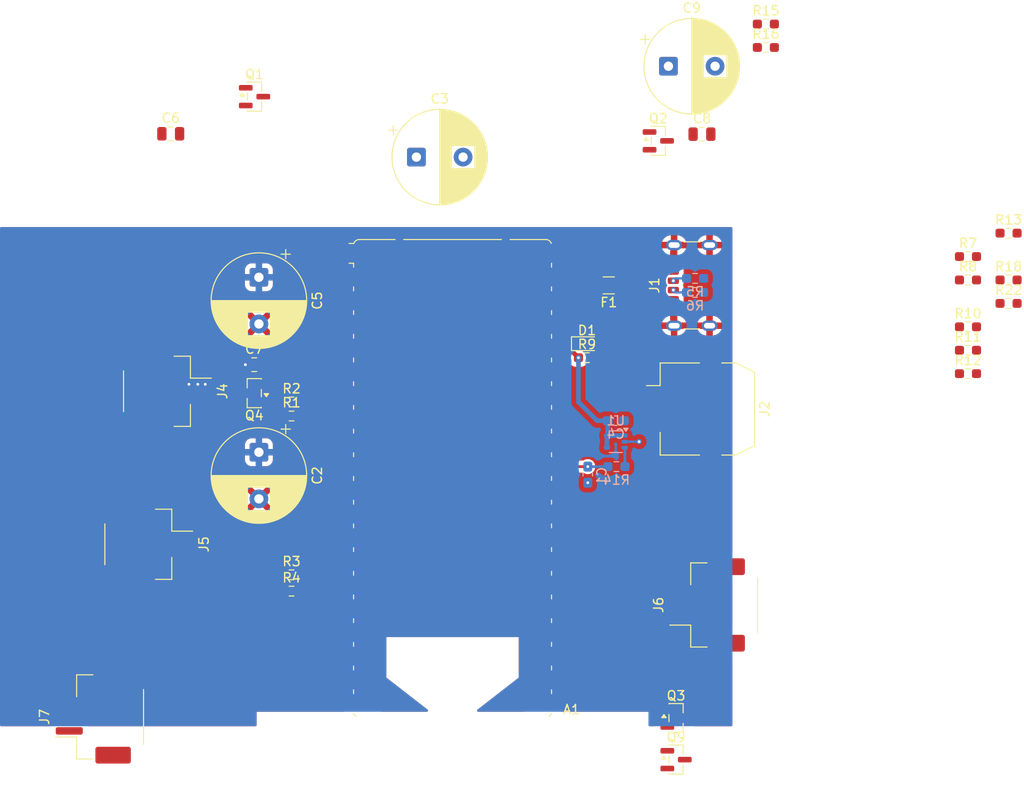
<source format=kicad_pcb>
(kicad_pcb (version 20241229) (generator "pcbnew") (generator_version "9.0")
  (layers (0 "F.Cu" signal) (2 "B.Cu" signal) (13 "F.Paste" user) (15 "B.Paste" user) (5 "F.SilkS" user "F.Silkscreen") (7 "B.SilkS" user "B.Silkscreen") (1 "F.Mask" user) (3 "B.Mask" user) (25 "Edge.Cuts" user))
  (net 0 "")
  (net 6 "+5V")
  (net 7 "GND")
  (net 9 "Net-(A1-GPIO26_ADC0)")
  (net 13 "/LS1_EN")
  (net 15 "+3V3")
  (net 16 "/SIG_LS4_EN")
  (net 18 "/SIG_LS3_EN")
  (net 21 "/LS2_EN")
  (net 27 "/SIG_NPX1_EN")
  (net 28 "/SIG_NPX2_EN")
  (net 33 "Net-(D1-A)")
  (net 34 "Net-(J1-CC2)")
  (net 35 "Net-(J1-CC1)")
  (net 36 "/LS1_OUT")
  (net 37 "/SIG_NPX1_OUT")
  (net 38 "/LS2_OUT")
  (net 39 "/SIG_NPX2_OUT")
  (net 40 "Net-(Q4-G)")
  (net 41 "Net-(Q1-G)")
  (net 42 "Net-(Q3-S)")
  (net 43 "Net-(Q3-D)")
  (net 44 "Net-(Q9-S)")
  (net 45 "Net-(Q9-D)")
  (net 46 "Net-(U1-OUT)")
  (net 48 "Net-(J2-Pin_1)")
  (net 49 "/LS3_OUT")
  (net 50 "Net-(Q2-G)")
  (net 51 "/LS3_EN")
  (footprint "Resistor_SMD:R_0603_1608Metric_Pad0.98x0.95mm_HandSolder" (layer "F.Cu") (at 163.5875 58.24)
    (property "Reference" "R15" (at 0 -1.43 0) (layer "F.SilkS"))
    (property "Value" "10k")
    (pad "1" smd roundrect (at -0.9125 0) (size 0.975 0.95) (layers "F.Cu" "F.Mask" "F.Paste") (net 7 "GND"))
    (pad "2" smd roundrect (at 0.9125 0) (size 0.975 0.95) (layers "F.Cu" "F.Mask" "F.Paste") (net 51 "/LS3_EN"))
  )
  (footprint "Resistor_SMD:R_0603_1608Metric_Pad0.98x0.95mm_HandSolder" (layer "F.Cu") (at 185.25 90.69)
    (property "Reference" "R10" (at 0 -1.43 0) (layer "F.SilkS"))
    (property "Value" "100")
    (pad "1" smd roundrect (at -0.9125 0) (size 0.975 0.95) (layers "F.Cu" "F.Mask" "F.Paste") (net 42 "Net-(Q3-S)"))
    (pad "2" smd roundrect (at 0.9125 0) (size 0.975 0.95) (layers "F.Cu" "F.Mask" "F.Paste") (net 27 "/SIG_NPX1_EN"))
  )
  (footprint "Resistor_SMD:R_0603_1608Metric_Pad0.98x0.95mm_HandSolder" (layer "F.Cu") (at 185.25 83.16)
    (property "Reference" "R7" (at 0 -1.43 0) (layer "F.SilkS"))
    (property "Value" "R")
    (pad "1" smd roundrect (at -0.9125 0) (size 0.975 0.95) (layers "F.Cu" "F.Mask" "F.Paste") (net 15 "+3V3"))
    (pad "2" smd roundrect (at 0.9125 0) (size 0.975 0.95) (layers "F.Cu" "F.Mask" "F.Paste") (net 44 "Net-(Q9-S)"))
  )
  (footprint "Package_TO_SOT_SMD:SOT-23" (layer "F.Cu") (at 153.96 137.08)
    (property "Reference" "Q9" (at 0 -2.4 0) (layer "F.SilkS"))
    (property "Value" "str2n2vh5")
    (pad "1" smd roundrect (at -0.9375 -0.95) (size 1.475 0.6) (layers "F.Cu" "F.Mask" "F.Paste") (net 15 "+3V3"))
    (pad "2" smd roundrect (at -0.9375 0.95) (size 1.475 0.6) (layers "F.Cu" "F.Mask" "F.Paste") (net 44 "Net-(Q9-S)"))
    (pad "3" smd roundrect (at 0.9375 0) (size 1.475 0.6) (layers "F.Cu" "F.Mask" "F.Paste") (net 45 "Net-(Q9-D)"))
  )
  (footprint "Capacitor_SMD:C_0805_2012Metric" (layer "F.Cu") (at 156.7375 70.04)
    (property "Reference" "C8" (at 0 -1.68 0) (layer "F.SilkS"))
    (property "Value" "100n")
    (pad "1" smd roundrect (at -0.95 0) (size 1 1.45) (layers "F.Cu" "F.Mask" "F.Paste") (net 6 "+5V"))
    (pad "2" smd roundrect (at 0.95 0) (size 1 1.45) (layers "F.Cu" "F.Mask" "F.Paste") (net 7 "GND"))
  )
  (footprint "Resistor_SMD:R_0603_1608Metric_Pad0.98x0.95mm_HandSolder" (layer "F.Cu") (at 112.75 100.25)
    (property "Reference" "R1" (at 0 -1.43 0) (layer "F.SilkS"))
    (property "Value" "10k")
    (pad "1" smd roundrect (at -0.9125 0) (size 0.975 0.95) (layers "F.Cu" "F.Mask" "F.Paste") (net 7 "GND"))
    (pad "2" smd roundrect (at 0.9125 0) (size 0.975 0.95) (layers "F.Cu" "F.Mask" "F.Paste") (net 13 "/LS1_EN"))
  )
  (footprint "Connector_Molex:Molex_CLIK-Mate_502585-0270_1x02-1MP_P1.50mm_Horizontal" (layer "F.Cu") (at 98.125 114 -90)
    (property "Reference" "J5" (at 0 -5.23 90) (layer "F.SilkS"))
    (property "Value" "Conn_01x02")
    (pad "1" smd roundrect (at -0.75 -2.575 270) (size 0.8 2.9) (layers "F.Cu" "F.Mask" "F.Paste") (net 6 "+5V"))
    (pad "2" smd roundrect (at 0.75 -2.575 270) (size 0.8 2.9) (layers "F.Cu" "F.Mask" "F.Paste") (net 38 "/LS2_OUT"))
    (pad "MP" smd roundrect (at -3.35 2.125 270) (size 1.8 3.8) (layers "F.Cu" "F.Mask" "F.Paste") (roundrect_rratio 0.138889))
    (pad "MP" smd roundrect (at 3.35 2.125 270) (size 1.8 3.8) (layers "F.Cu" "F.Mask" "F.Paste") (roundrect_rratio 0.138889))
  )
  (footprint "Package_TO_SOT_SMD:SOT-23" (layer "F.Cu") (at 108.78 66.02)
    (property "Reference" "Q1" (at 0 -2.4 0) (layer "F.SilkS"))
    (property "Value" "str2n2vh5")
    (pad "1" smd roundrect (at -0.9375 -0.95) (size 1.475 0.6) (layers "F.Cu" "F.Mask" "F.Paste") (net 41 "Net-(Q1-G)"))
    (pad "2" smd roundrect (at -0.9375 0.95) (size 1.475 0.6) (layers "F.Cu" "F.Mask" "F.Paste") (net 7 "GND"))
    (pad "3" smd roundrect (at 0.9375 0) (size 1.475 0.6) (layers "F.Cu" "F.Mask" "F.Paste") (net 38 "/LS2_OUT"))
  )
  (footprint "Resistor_SMD:R_0603_1608Metric_Pad0.98x0.95mm_HandSolder" (layer "F.Cu") (at 163.5875 60.75)
    (property "Reference" "R16" (at 0 -1.43 0) (layer "F.SilkS"))
    (property "Value" "220")
    (pad "1" smd roundrect (at -0.9125 0) (size 0.975 0.95) (layers "F.Cu" "F.Mask" "F.Paste") (net 50 "Net-(Q2-G)"))
    (pad "2" smd roundrect (at 0.9125 0) (size 0.975 0.95) (layers "F.Cu" "F.Mask" "F.Paste") (net 51 "/LS3_EN"))
  )
  (footprint "Capacitor_SMD:C_0805_2012Metric" (layer "F.Cu") (at 108.75 94.75)
    (property "Reference" "C7" (at 0 -1.68 0) (layer "F.SilkS"))
    (property "Value" "100n")
    (pad "1" smd roundrect (at -0.95 0) (size 1 1.45) (layers "F.Cu" "F.Mask" "F.Paste") (net 6 "+5V"))
    (pad "2" smd roundrect (at 0.95 0) (size 1 1.45) (layers "F.Cu" "F.Mask" "F.Paste") (net 7 "GND"))
  )
  (footprint "Connector_Molex:Molex_CLIK-Mate_502585-0370_1x03-1MP_P1.50mm_Horizontal" (layer "F.Cu") (at 91.5 132.5 90)
    (property "Reference" "J7" (at 0 -5.23 90) (layer "F.SilkS"))
    (property "Value" "Conn_01x03")
    (pad "1" smd roundrect (at -1.5 -2.575 90) (size 0.8 2.9) (layers "F.Cu" "F.Mask" "F.Paste") (net 6 "+5V"))
    (pad "2" smd roundrect (at 0 -2.575 90) (size 0.8 2.9) (layers "F.Cu" "F.Mask" "F.Paste") (net 39 "/SIG_NPX2_OUT"))
    (pad "3" smd roundrect (at 1.5 -2.575 90) (size 0.8 2.9) (layers "F.Cu" "F.Mask" "F.Paste") (net 7 "GND"))
    (pad "MP" smd roundrect (at -4.1 2.125 90) (size 1.8 3.8) (layers "F.Cu" "F.Mask" "F.Paste") (roundrect_rratio 0.138889))
    (pad "MP" smd roundrect (at 4.1 2.125 90) (size 1.8 3.8) (layers "F.Cu" "F.Mask" "F.Paste") (roundrect_rratio 0.138889))
  )
  (footprint "Resistor_SMD:R_0603_1608Metric_Pad0.98x0.95mm_HandSolder" (layer "F.Cu") (at 112.75 119.02)
    (property "Reference" "R4" (at 0 -1.43 0) (layer "F.SilkS"))
    (property "Value" "220")
    (pad "1" smd roundrect (at -0.9125 0) (size 0.975 0.95) (layers "F.Cu" "F.Mask" "F.Paste") (net 41 "Net-(Q1-G)"))
    (pad "2" smd roundrect (at 0.9125 0) (size 0.975 0.95) (layers "F.Cu" "F.Mask" "F.Paste") (net 21 "/LS2_EN"))
  )
  (footprint "Resistor_SMD:R_0603_1608Metric_Pad0.98x0.95mm_HandSolder" (layer "F.Cu") (at 144.4125 94)
    (property "Reference" "R9" (at 0 -1.43 0) (layer "F.SilkS"))
    (property "Value" "R")
    (pad "1" smd roundrect (at -0.9125 0) (size 0.975 0.95) (layers "F.Cu" "F.Mask" "F.Paste") (net 15 "+3V3"))
    (pad "2" smd roundrect (at 0.9125 0) (size 0.975 0.95) (layers "F.Cu" "F.Mask" "F.Paste") (net 33 "Net-(D1-A)"))
  )
  (footprint "Capacitor_THT:CP_Radial_D10.0mm_P5.00mm" (layer "F.Cu") (at 126.132323 72.5)
    (property "Reference" "C3" (at 2.5 -6.25 0) (layer "F.SilkS"))
    (property "Value" "C")
    (pad "1" thru_hole roundrect (at 0 0) (size 2 2) (drill 1) (layers "*.Cu" "*.Mask") (roundrect_rratio 0.125) (net 6 "+5V"))
    (pad "2" thru_hole circle (at 5 0) (size 2 2) (drill 1) (layers "*.Cu" "*.Mask") (net 7 "GND"))
  )
  (footprint "Resistor_SMD:R_0603_1608Metric_Pad0.98x0.95mm_HandSolder" (layer "F.Cu") (at 185.25 95.71)
    (property "Reference" "R12" (at 0 -1.43 0) (layer "F.SilkS"))
    (property "Value" "R")
    (pad "1" smd roundrect (at -0.9125 0) (size 0.975 0.95) (layers "F.Cu" "F.Mask" "F.Paste") (net 6 "+5V"))
    (pad "2" smd roundrect (at 0.9125 0) (size 0.975 0.95) (layers "F.Cu" "F.Mask" "F.Paste") (net 43 "Net-(Q3-D)"))
  )
  (footprint "Package_TO_SOT_SMD:SOT-23" (layer "F.Cu") (at 108.75 97.8 180)
    (property "Reference" "Q4" (at 0 -2.4 0) (layer "F.SilkS"))
    (property "Value" "str2n2vh5")
    (pad "1" smd roundrect (at -0.9375 -0.95 180) (size 1.475 0.6) (layers "F.Cu" "F.Mask" "F.Paste") (net 40 "Net-(Q4-G)"))
    (pad "2" smd roundrect (at -0.9375 0.95 180) (size 1.475 0.6) (layers "F.Cu" "F.Mask" "F.Paste") (net 7 "GND"))
    (pad "3" smd roundrect (at 0.9375 0 180) (size 1.475 0.6) (layers "F.Cu" "F.Mask" "F.Paste") (net 36 "/LS1_OUT"))
  )
  (footprint "Package_TO_SOT_SMD:SOT-23" (layer "F.Cu") (at 153.96 132.63)
    (property "Reference" "Q3" (at 0 -2.4 0) (layer "F.SilkS"))
    (property "Value" "str2n2vh5")
    (pad "1" smd roundrect (at -0.9375 -0.95) (size 1.475 0.6) (layers "F.Cu" "F.Mask" "F.Paste") (net 15 "+3V3"))
    (pad "2" smd roundrect (at -0.9375 0.95) (size 1.475 0.6) (layers "F.Cu" "F.Mask" "F.Paste") (net 42 "Net-(Q3-S)"))
    (pad "3" smd roundrect (at 0.9375 0) (size 1.475 0.6) (layers "F.Cu" "F.Mask" "F.Paste") (net 43 "Net-(Q3-D)"))
  )
  (footprint "LED_SMD:LED_0603_1608Metric_Pad1.05x0.95mm_HandSolder" (layer "F.Cu") (at 144.4125 92.5)
    (property "Reference" "D1" (at 0 -1.43 0) (layer "F.SilkS"))
    (property "Value" "LED")
    (pad "1" smd roundrect (at -0.875 0) (size 1.05 0.95) (layers "F.Cu" "F.Mask" "F.Paste") (net 7 "GND"))
    (pad "2" smd roundrect (at 0.875 0) (size 1.05 0.95) (layers "F.Cu" "F.Mask" "F.Paste") (net 33 "Net-(D1-A)"))
  )
  (footprint "Resistor_SMD:R_0603_1608Metric_Pad0.98x0.95mm_HandSolder" (layer "F.Cu") (at 189.6 80.65)
    (property "Reference" "R13" (at 0 -1.43 0) (layer "F.SilkS"))
    (property "Value" "220")
    (pad "1" smd roundrect (at -0.9125 0) (size 0.975 0.95) (layers "F.Cu" "F.Mask" "F.Paste") (net 37 "/SIG_NPX1_OUT"))
    (pad "2" smd roundrect (at 0.9125 0) (size 0.975 0.95) (layers "F.Cu" "F.Mask" "F.Paste") (net 43 "Net-(Q3-D)"))
  )
  (footprint "Resistor_SMD:R_0603_1608Metric_Pad0.98x0.95mm_HandSolder" (layer "F.Cu") (at 189.6 88.18)
    (property "Reference" "R22" (at 0 -1.43 0) (layer "F.SilkS"))
    (property "Value" "220")
    (pad "1" smd roundrect (at -0.9125 0) (size 0.975 0.95) (layers "F.Cu" "F.Mask" "F.Paste") (net 39 "/SIG_NPX2_OUT"))
    (pad "2" smd roundrect (at 0.9125 0) (size 0.975 0.95) (layers "F.Cu" "F.Mask" "F.Paste") (net 45 "Net-(Q9-D)"))
  )
  (footprint "Capacitor_THT:CP_Radial_D10.0mm_P5.00mm" (layer "F.Cu") (at 153.142146 62.76)
    (property "Reference" "C9" (at 2.5 -6.25 0) (layer "F.SilkS"))
    (property "Value" "820µ")
    (pad "1" thru_hole roundrect (at 0 0) (size 2 2) (drill 1) (layers "*.Cu" "*.Mask") (roundrect_rratio 0.125) (net 6 "+5V"))
    (pad "2" thru_hole circle (at 5 0) (size 2 2) (drill 1) (layers "*.Cu" "*.Mask") (net 7 "GND"))
  )
  (footprint "Connector_Molex:Molex_Micro-Fit_3.0_43650-0212_1x02-1MP_P3.00mm_Horizontal" (layer "F.Cu") (at 157.315 99.5 -90)
    (property "Reference" "J2" (at 0 -6.15 90) (layer "F.SilkS"))
    (property "Value" "Conn_01x02")
    (pad "1" smd rect (at -1.5 5.12 270) (size 1.27 2.92) (layers "F.Cu" "F.Mask" "F.Paste") (net 48 "Net-(J2-Pin_1)"))
    (pad "2" smd rect (at 1.5 5.12 270) (size 1.27 2.92) (layers "F.Cu" "F.Mask" "F.Paste") (net 7 "GND"))
    (pad "MP" smd rect (at -5.385 -0.35 270) (size 3.43 1.65) (layers "F.Cu" "F.Mask" "F.Paste"))
    (pad "MP" smd rect (at 5.385 -0.35 270) (size 3.43 1.65) (layers "F.Cu" "F.Mask" "F.Paste"))
  )
  (footprint "Connector_Molex:Molex_CLIK-Mate_502585-0270_1x02-1MP_P1.50mm_Horizontal" (layer "F.Cu") (at 100.125 97.6 -90)
    (property "Reference" "J4" (at 0 -5.23 90) (layer "F.SilkS"))
    (property "Value" "Conn_01x02")
    (pad "1" smd roundrect (at -0.75 -2.575 270) (size 0.8 2.9) (layers "F.Cu" "F.Mask" "F.Paste") (net 6 "+5V"))
    (pad "2" smd roundrect (at 0.75 -2.575 270) (size 0.8 2.9) (layers "F.Cu" "F.Mask" "F.Paste") (net 36 "/LS1_OUT"))
    (pad "MP" smd roundrect (at -3.35 2.125 270) (size 1.8 3.8) (layers "F.Cu" "F.Mask" "F.Paste") (roundrect_rratio 0.138889))
    (pad "MP" smd roundrect (at 3.35 2.125 270) (size 1.8 3.8) (layers "F.Cu" "F.Mask" "F.Paste") (roundrect_rratio 0.138889))
  )
  (footprint "Resistor_SMD:R_0603_1608Metric_Pad0.98x0.95mm_HandSolder" (layer "F.Cu") (at 189.6 85.67)
    (property "Reference" "R18" (at 0 -1.43 0) (layer "F.SilkS"))
    (property "Value" "100")
    (pad "1" smd roundrect (at -0.9125 0) (size 0.975 0.95) (layers "F.Cu" "F.Mask" "F.Paste") (net 44 "Net-(Q9-S)"))
    (pad "2" smd roundrect (at 0.9125 0) (size 0.975 0.95) (layers "F.Cu" "F.Mask" "F.Paste") (net 28 "/SIG_NPX2_EN"))
  )
  (footprint "Resistor_SMD:R_0603_1608Metric_Pad0.98x0.95mm_HandSolder" (layer "F.Cu") (at 185.25 93.2)
    (property "Reference" "R11" (at 0 -1.43 0) (layer "F.SilkS"))
    (property "Value" "R")
    (pad "1" smd roundrect (at -0.9125 0) (size 0.975 0.95) (layers "F.Cu" "F.Mask" "F.Paste") (net 15 "+3V3"))
    (pad "2" smd roundrect (at 0.9125 0) (size 0.975 0.95) (layers "F.Cu" "F.Mask" "F.Paste") (net 42 "Net-(Q3-S)"))
  )
  (footprint "Package_TO_SOT_SMD:SOT-23" (layer "F.Cu") (at 152.0575 70.76)
    (property "Reference" "Q2" (at 0 -2.4 0) (layer "F.SilkS"))
    (property "Value" "str2n2vh5")
    (pad "1" smd roundrect (at -0.9375 -0.95) (size 1.475 0.6) (layers "F.Cu" "F.Mask" "F.Paste") (net 50 "Net-(Q2-G)"))
    (pad "2" smd roundrect (at -0.9375 0.95) (size 1.475 0.6) (layers "F.Cu" "F.Mask" "F.Paste") (net 7 "GND"))
    (pad "3" smd roundrect (at 0.9375 0) (size 1.475 0.6) (layers "F.Cu" "F.Mask" "F.Paste") (net 49 "/LS3_OUT"))
  )
  (footprint "Module:RaspberryPi_Pico_W_SMD" (layer "F.Cu") (at 130.005 106.945)
    (property "Reference" "A1" (at 11.7475 24.765 0) (layer "F.SilkS") (effects (justify left)))
    (property "Value" "RaspberryPi_Pico_W")
    (pad "" smd rect (at -8.89 -24.13) (size 3.8 2.2) (drill (offset -0.8 0)) (layers "F.Paste"))
    (pad "" smd rect (at -8.89 -21.59) (size 3.8 2.2) (drill (offset -0.8 0)) (layers "F.Paste"))
    (pad "" smd rect (at -8.89 -19.05) (size 3.8 2.2) (drill (offset -0.8 0)) (layers "F.Paste"))
    (pad "" smd rect (at -8.89 -16.51) (size 3.8 2.2) (drill (offset -0.8 0)) (layers "F.Paste"))
    (pad "" smd rect (at -8.89 -13.97) (size 3.8 2.2) (drill (offset -0.8 0)) (layers "F.Paste"))
    (pad "" smd rect (at -8.89 -11.43) (size 3.8 2.2) (drill (offset -0.8 0)) (layers "F.Paste"))
    (pad "" smd rect (at -8.89 -8.89) (size 3.8 2.2) (drill (offset -0.8 0)) (layers "F.Paste"))
    (pad "" smd rect (at -8.89 -6.35) (size 3.8 2.2) (drill (offset -0.8 0)) (layers "F.Paste"))
    (pad "" smd rect (at -8.89 -3.81) (size 3.8 2.2) (drill (offset -0.8 0)) (layers "F.Paste"))
    (pad "" smd rect (at -8.89 -1.27) (size 3.8 2.2) (drill (offset -0.8 0)) (layers "F.Paste"))
    (pad "" smd rect (at -8.89 1.27) (size 3.8 2.2) (drill (offset -0.8 0)) (layers "F.Paste"))
    (pad "" smd rect (at -8.89 3.81) (size 3.8 2.2) (drill (offset -0.8 0)) (layers "F.Paste"))
    (pad "" smd rect (at -8.89 6.35) (size 3.8 2.2) (drill (offset -0.8 0)) (layers "F.Paste"))
    (pad "" smd rect (at -8.89 8.89) (size 3.8 2.2) (drill (offset -0.8 0)) (layers "F.Paste"))
    (pad "" smd rect (at -8.89 11.43) (size 3.8 2.2) (drill (offset -0.8 0)) (layers "F.Paste"))
    (pad "" smd rect (at -8.89 13.97) (size 3.8 2.2) (drill (offset -0.8 0)) (layers "F.Paste"))
    (pad "" smd rect (at -8.89 16.51) (size 3.8 2.2) (drill (offset -0.8 0)) (layers "F.Paste"))
    (pad "" smd rect (at -8.89 19.05) (size 3.8 2.2) (drill (offset -0.8 0)) (layers "F.Paste"))
    (pad "" smd rect (at -8.89 21.59) (size 3.8 2.2) (drill (offset -0.8 0)) (layers "F.Paste"))
    (pad "" smd rect (at -8.89 24.13) (size 3.8 2.2) (drill (offset -0.8 0)) (layers "F.Paste"))
    (pad "" smd oval (at -2.725 -24) (size 1.1 1.8) (layers "F.Cu" "F.Mask" "F.Paste"))
    (pad "" smd oval (at -2.425 -20.97) (size 1.05 1.45) (layers "F.Cu" "F.Mask" "F.Paste"))
    (pad "" smd oval (at 2.425 -20.97) (size 1.05 1.45) (layers "F.Cu" "F.Mask" "F.Paste"))
    (pad "" smd oval (at 2.725 -24) (size 1.1 1.8) (layers "F.Cu" "F.Mask" "F.Paste"))
    (pad "" smd rect (at 8.89 -24.13) (size 3.8 2.2) (drill (offset 0.8 0)) (layers "F.Paste"))
    (pad "" smd rect (at 8.89 -21.59) (size 3.8 2.2) (drill (offset 0.8 0)) (layers "F.Paste"))
    (pad "" smd rect (at 8.89 -19.05) (size 3.8 2.2) (drill (offset 0.8 0)) (layers "F.Paste"))
    (pad "" smd rect (at 8.89 -16.51) (size 3.8 2.2) (drill (offset 0.8 0)) (layers "F.Paste"))
    (pad "" smd rect (at 8.89 -13.97) (size 3.8 2.2) (drill (offset 0.8 0)) (layers "F.Paste"))
    (pad "" smd rect (at 8.89 -11.43) (size 3.8 2.2) (drill (offset 0.8 0)) (layers "F.Paste"))
    (pad "" smd rect (at 8.89 -8.89) (size 3.8 2.2) (drill (offset 0.8 0)) (layers "F.Paste"))
    (pad "" smd rect (at 8.89 -6.35) (size 3.8 2.2) (drill (offset 0.8 0)) (layers "F.Paste"))
    (pad "" smd rect (at 8.89 -3.81) (size 3.8 2.2) (drill (offset 0.8 0)) (layers "F.Paste"))
    (pad "" smd rect (at 8.89 -1.27) (size 3.8 2.2) (drill (offset 0.8 0)) (layers "F.Paste"))
    (pad "" smd rect (at 8.89 1.27) (size 3.8 2.2) (drill (offset 0.8 0)) (layers "F.Paste"))
    (pad "" smd rect (at 8.89 3.81) (size 3.8 2.2) (drill (offset 0.8 0)) (layers "F.Paste"))
    (pad "" smd rect (at 8.89 6.35) (size 3.8 2.2) (drill (offset 0.8 0)) (layers "F.Paste"))
    (pad "" smd rect (at 8.89 8.89) (size 3.8 2.2) (drill (offset 0.8 0)) (layers "F.Paste"))
    (pad "" smd rect (at 8.89 11.43) (size 3.8 2.2) (drill (offset 0.8 0)) (layers "F.Paste"))
    (pad "" smd rect (at 8.89 13.97) (size 3.8 2.2) (drill (offset 0.8 0)) (layers "F.Paste"))
    (pad "" smd rect (at 8.89 16.51) (size 3.8 2.2) (drill (offset 0.8 0)) (layers "F.Paste"))
    (pad "" smd rect (at 8.89 19.05) (size 3.8 2.2) (drill (offset 0.8 0)) (layers "F.Paste"))
    (pad "" smd rect (at 8.89 21.59) (size 3.8 2.2) (drill (offset 0.8 0)) (layers "F.Paste"))
    (pad "" smd rect (at 8.89 24.13) (size 3.8 2.2) (drill (offset 0.8 0)) (layers "F.Paste"))
    (pad "1" smd custom (at -9.69 -24.13) (size 1.6 0.8) (layers "F.Cu" "F.Mask") (net 13 "/LS1_EN") (options (clearance outline) (anchor rect)) (primitives (gr_circle (center 0.8 0) (end 1.6 0) (width 0) (fill yes)) (gr_poly (pts (xy -1.6 -0.6) (xy -1.6 0.6) (xy -1.4 0.8) (xy 0.8 0.8) (xy 0.8 -0.8) (xy -1.4 -0.8)) (width 0) (fill yes)) (gr_circle (center -1.4 -0.6) (end -1.2 -0.6) (width 0) (fill yes)) (gr_circle (center -1.4 0.6) (end -1.2 0.6) (width 0) (fill yes))))
    (pad "2" smd roundrect (at -9.69 -21.59) (size 3.2 1.6) (layers "F.Cu" "F.Mask") (roundrect_rratio 0.5))
    (pad "3" smd custom (at -9.69 -19.05) (size 1.6 0.8) (layers "F.Cu" "F.Mask") (net 7 "GND") (options (clearance outline) (anchor rect)) (primitives (gr_circle (center -0.8 0) (end 0 0) (width 0) (fill yes)) (gr_poly (pts (xy 1.6 -0.6) (xy 1.6 0.6) (xy 1.4 0.8) (xy -0.8 0.8) (xy -0.8 -0.8) (xy 1.4 -0.8)) (width 0) (fill yes)) (gr_circle (center 1.4 -0.6) (end 1.6 -0.6) (width 0) (fill yes)) (gr_circle (center 1.4 0.6) (end 1.6 0.6) (width 0) (fill yes))))
    (pad "4" smd roundrect (at -9.69 -16.51) (size 3.2 1.6) (layers "F.Cu" "F.Mask") (roundrect_rratio 0.5))
    (pad "5" smd roundrect (at -9.69 -13.97) (size 3.2 1.6) (layers "F.Cu" "F.Mask") (roundrect_rratio 0.5))
    (pad "6" smd roundrect (at -9.69 -11.43) (size 3.2 1.6) (layers "F.Cu" "F.Mask") (roundrect_rratio 0.5) (net 21 "/LS2_EN"))
    (pad "7" smd roundrect (at -9.69 -8.89) (size 3.2 1.6) (layers "F.Cu" "F.Mask") (roundrect_rratio 0.5))
    (pad "8" smd custom (at -9.69 -6.35) (size 1.6 0.8) (layers "F.Cu" "F.Mask") (net 7 "GND") (options (clearance outline) (anchor rect)) (primitives (gr_circle (center -0.8 0) (end 0 0) (width 0) (fill yes)) (gr_poly (pts (xy 1.6 -0.6) (xy 1.6 0.6) (xy 1.4 0.8) (xy -0.8 0.8) (xy -0.8 -0.8) (xy 1.4 -0.8)) (width 0) (fill yes)) (gr_circle (center 1.4 -0.6) (end 1.6 -0.6) (width 0) (fill yes)) (gr_circle (center 1.4 0.6) (end 1.6 0.6) (width 0) (fill yes))))
    (pad "9" smd roundrect (at -9.69 -3.81) (size 3.2 1.6) (layers "F.Cu" "F.Mask") (roundrect_rratio 0.5))
    (pad "10" smd roundrect (at -9.69 -1.27) (size 3.2 1.6) (layers "F.Cu" "F.Mask") (roundrect_rratio 0.5))
    (pad "11" smd roundrect (at -9.69 1.27) (size 3.2 1.6) (layers "F.Cu" "F.Mask") (roundrect_rratio 0.5))
    (pad "12" smd roundrect (at -9.69 3.81) (size 3.2 1.6) (layers "F.Cu" "F.Mask") (roundrect_rratio 0.5) (net 27 "/SIG_NPX1_EN"))
    (pad "13" smd custom (at -9.69 6.35) (size 1.6 0.8) (layers "F.Cu" "F.Mask") (net 7 "GND") (options (clearance outline) (anchor rect)) (primitives (gr_circle (center -0.8 0) (end 0 0) (width 0) (fill yes)) (gr_poly (pts (xy 1.6 -0.6) (xy 1.6 0.6) (xy 1.4 0.8) (xy -0.8 0.8) (xy -0.8 -0.8) (xy 1.4 -0.8)) (width 0) (fill yes)) (gr_circle (center 1.4 -0.6) (end 1.6 -0.6) (width 0) (fill yes)) (gr_circle (center 1.4 0.6) (end 1.6 0.6) (width 0) (fill yes))))
    (pad "14" smd roundrect (at -9.69 8.89) (size 3.2 1.6) (layers "F.Cu" "F.Mask") (roundrect_rratio 0.5) (net 18 "/SIG_LS3_EN"))
    (pad "15" smd roundrect (at -9.69 11.43) (size 3.2 1.6) (layers "F.Cu" "F.Mask") (roundrect_rratio 0.5))
    (pad "16" smd roundrect (at -9.69 13.97) (size 3.2 1.6) (layers "F.Cu" "F.Mask") (roundrect_rratio 0.5) (net 16 "/SIG_LS4_EN"))
    (pad "17" smd roundrect (at -9.69 16.51) (size 3.2 1.6) (layers "F.Cu" "F.Mask") (roundrect_rratio 0.5) (net 28 "/SIG_NPX2_EN"))
    (pad "18" smd custom (at -9.69 19.05) (size 1.6 0.8) (layers "F.Cu" "F.Mask") (net 7 "GND") (options (clearance outline) (anchor rect)) (primitives (gr_circle (center -0.8 0) (end 0 0) (width 0) (fill yes)) (gr_poly (pts (xy 1.6 -0.6) (xy 1.6 0.6) (xy 1.4 0.8) (xy -0.8 0.8) (xy -0.8 -0.8) (xy 1.4 -0.8)) (width 0) (fill yes)) (gr_circle (center 1.4 -0.6) (end 1.6 -0.6) (width 0) (fill yes)) (gr_circle (center 1.4 0.6) (end 1.6 0.6) (width 0) (fill yes))))
    (pad "19" smd roundrect (at -9.69 21.59) (size 3.2 1.6) (layers "F.Cu" "F.Mask") (roundrect_rratio 0.5))
    (pad "20" smd roundrect (at -9.69 24.13) (size 3.2 1.6) (layers "F.Cu" "F.Mask") (roundrect_rratio 0.5))
    (pad "21" smd roundrect (at 9.69 24.13) (size 3.2 1.6) (layers "F.Cu" "F.Mask") (roundrect_rratio 0.5))
    (pad "22" smd roundrect (at 9.69 21.59) (size 3.2 1.6) (layers "F.Cu" "F.Mask") (roundrect_rratio 0.5))
    (pad "23" smd custom (at 9.69 19.05) (size 1.6 0.8) (layers "F.Cu" "F.Mask") (net 7 "GND") (options (clearance outline) (anchor rect)) (primitives (gr_circle (center 0.8 0) (end 1.6 0) (width 0) (fill yes)) (gr_poly (pts (xy -1.6 -0.6) (xy -1.6 0.6) (xy -1.4 0.8) (xy 0.8 0.8) (xy 0.8 -0.8) (xy -1.4 -0.8)) (width 0) (fill yes)) (gr_circle (center -1.4 -0.6) (end -1.2 -0.6) (width 0) (fill yes)) (gr_circle (center -1.4 0.6) (end -1.2 0.6) (width 0) (fill yes))))
    (pad "24" smd roundrect (at 9.69 16.51) (size 3.2 1.6) (layers "F.Cu" "F.Mask") (roundrect_rratio 0.5))
    (pad "25" smd roundrect (at 9.69 13.97) (size 3.2 1.6) (layers "F.Cu" "F.Mask") (roundrect_rratio 0.5))
    (pad "26" smd roundrect (at 9.69 11.43) (size 3.2 1.6) (layers "F.Cu" "F.Mask") (roundrect_rratio 0.5))
    (pad "27" smd roundrect (at 9.69 8.89) (size 3.2 1.6) (layers "F.Cu" "F.Mask") (roundrect_rratio 0.5))
    (pad "28" smd custom (at 9.69 6.35) (size 1.6 0.8) (layers "F.Cu" "F.Mask") (net 7 "GND") (options (clearance outline) (anchor rect)) (primitives (gr_circle (center 0.8 0) (end 1.6 0) (width 0) (fill yes)) (gr_poly (pts (xy -1.6 -0.6) (xy -1.6 0.6) (xy -1.4 0.8) (xy 0.8 0.8) (xy 0.8 -0.8) (xy -1.4 -0.8)) (width 0) (fill yes)) (gr_circle (center -1.4 -0.6) (end -1.2 -0.6) (width 0) (fill yes)) (gr_circle (center -1.4 0.6) (end -1.2 0.6) (width 0) (fill yes))))
    (pad "29" smd roundrect (at 9.69 3.81) (size 3.2 1.6) (layers "F.Cu" "F.Mask") (roundrect_rratio 0.5))
    (pad "30" smd roundrect (at 9.69 1.27) (size 3.2 1.6) (layers "F.Cu" "F.Mask") (roundrect_rratio 0.5))
    (pad "31" smd roundrect (at 9.69 -1.27) (size 3.2 1.6) (layers "F.Cu" "F.Mask") (roundrect_rratio 0.5) (net 9 "Net-(A1-GPIO26_ADC0)"))
    (pad "32" smd roundrect (at 9.69 -3.81) (size 3.2 1.6) (layers "F.Cu" "F.Mask") (roundrect_rratio 0.5))
    (pad "33" smd custom (at 9.69 -6.35) (size 1.6 0.8) (layers "F.Cu" "F.Mask") (net 7 "GND") (options (clearance outline) (anchor rect)) (primitives (gr_circle (center 0.8 0) (end 1.6 0) (width 0) (fill yes)) (gr_poly (pts (xy -1.6 -0.6) (xy -1.6 0.6) (xy -1.4 0.8) (xy 0.8 0.8) (xy 0.8 -0.8) (xy -1.4 -0.8)) (width 0) (fill yes)) (gr_circle (center -1.4 -0.6) (end -1.2 -0.6) (width 0) (fill yes)) (gr_circle (center -1.4 0.6) (end -1.2 0.6) (width 0) (fill yes))))
    (pad "34" smd roundrect (at 9.69 -8.89) (size 3.2 1.6) (layers "F.Cu" "F.Mask") (roundrect_rratio 0.5))
    (pad "35" smd roundrect (at 9.69 -11.43) (size 3.2 1.6) (layers "F.Cu" "F.Mask") (roundrect_rratio 0.5))
    (pad "36" smd roundrect (at 9.69 -13.97) (size 3.2 1.6) (layers "F.Cu" "F.Mask") (roundrect_rratio 0.5) (net 15 "+3V3"))
    (pad "37" smd roundrect (at 9.69 -16.51) (size 3.2 1.6) (layers "F.Cu" "F.Mask") (roundrect_rratio 0.5))
    (pad "38" smd custom (at 9.69 -19.05) (size 1.6 0.8) (layers "F.Cu" "F.Mask") (net 7 "GND") (options (clearance outline) (anchor rect)) (primitives (gr_circle (center 0.8 0) (end 1.6 0) (width 0) (fill yes)) (gr_poly (pts (xy -1.6 -0.6) (xy -1.6 0.6) (xy -1.4 0.8) (xy 0.8 0.8) (xy 0.8 -0.8) (xy -1.4 -0.8)) (width 0) (fill yes)) (gr_circle (center -1.4 -0.6) (end -1.2 -0.6) (width 0) (fill yes)) (gr_circle (center -1.4 0.6) (end -1.2 0.6) (width 0) (fill yes))))
    (pad "39" smd roundrect (at 9.69 -21.59) (size 3.2 1.6) (layers "F.Cu" "F.Mask") (roundrect_rratio 0.5) (net 6 "+5V"))
    (pad "40" smd roundrect (at 9.69 -24.13) (size 3.2 1.6) (layers "F.Cu" "F.Mask") (roundrect_rratio 0.5))
    (pad "D1" smd roundrect (at 0.5841 5.7) (size 1.5748 1.5748) (layers "F.Cu" "F.Mask" "F.Paste") (roundrect_rratio 0.127000254))
    (pad "D2" smd circle (at 3.1241 5.7) (size 1.5748 1.5748) (layers "F.Cu" "F.Mask" "F.Paste"))
    (pad "D3" smd circle (at 5.6641 5.7) (size 1.5748 1.5748) (layers "F.Cu" "F.Mask" "F.Paste"))
    (pad "TP1" smd roundrect (at 0 -21) (size 1.5 1.5) (layers "F.Cu" "F.Mask" "F.Paste") (roundrect_rratio 0.2))
    (pad "TP2" smd roundrect (at 1 -24.3) (size 1.5 1.5) (layers "F.Cu" "F.Mask" "F.Paste") (roundrect_rratio 0.2))
    (pad "TP3" smd roundrect (at -1 -24.3) (size 1.5 1.5) (layers "F.Cu" "F.Mask" "F.Paste") (roundrect_rratio 0.2))
    (pad "TP4" smd roundrect (at -2.5 -16) (size 1.5 1.5) (layers "F.Cu" "F.Mask" "F.Paste") (roundrect_rratio 0.2))
    (pad "TP5" smd roundrect (at -2.5 -13.5) (size 1.5 1.5) (layers "F.Cu" "F.Mask" "F.Paste") (roundrect_rratio 0.2))
    (pad "TP6" smd roundrect (at -2.5 -11) (size 1.5 1.5) (layers "F.Cu" "F.Mask" "F.Paste") (roundrect_rratio 0.2))
    (zone (net 0) (net_name "") (layers "F.Cu" "B.Cu" "F.Paste" "B.Paste") (name "RF Copper Keep Out") (connect_pads (clearance 0)) (min_thickness 0.254)
      (keepout (tracks not_allowed) (vias not_allowed) (pads not_allowed) (copperpour not_allowed) (footprints not_allowed))
      (fill (thermal_gap 0.508) (thermal_bridge_width 0.508))
      (polygon (pts (xy 109.005 131.945) (xy 151.005 131.945) (xy 151.005 141.945) (xy 109.005 141.945)))
    )
    (zone (net 0) (net_name "") (layers "F.Cu" "B.Cu" "F.Paste" "B.Paste") (name "Antenna Copper Keep Out") (connect_pads (clearance 0)) (min_thickness 0.254)
      (keepout (tracks not_allowed) (vias not_allowed) (pads not_allowed) (copperpour not_allowed) (footprints not_allowed))
      (fill (thermal_gap 0.508) (thermal_bridge_width 0.508))
      (polygon (pts (xy 127.605 131.934895) (xy 122.905 128.284895) (xy 122.905 123.945) (xy 137.105 123.945) (xy 137.105 128.284895) (xy 132.405 131.934895) (xy 132.405 131.945) (xy 127.605 131.945)))
    )
  )
  (footprint "Fuse:Fuse_1206_3216Metric" (layer "F.Cu") (at 146.75 86.25 180)
    (property "Reference" "F1" (at 0 -1.83 0) (layer "F.SilkS"))
    (property "Value" "3A")
    (pad "1" smd roundrect (at -1.4 0 180) (size 1.25 1.75) (layers "F.Cu" "F.Mask" "F.Paste") (roundrect_rratio 0.2) (net 48 "Net-(J2-Pin_1)"))
    (pad "2" smd roundrect (at 1.4 0 180) (size 1.25 1.75) (layers "F.Cu" "F.Mask" "F.Paste") (roundrect_rratio 0.2) (net 6 "+5V"))
  )
  (footprint "Capacitor_THT:CP_Radial_D10.0mm_P5.00mm" (layer "F.Cu") (at 109.25 85.382323 -90)
    (property "Reference" "C5" (at 2.5 -6.25 90) (layer "F.SilkS"))
    (property "Value" "820µ")
    (pad "1" thru_hole roundrect (at 0 0 270) (size 2 2) (drill 1) (layers "*.Cu" "*.Mask") (roundrect_rratio 0.125) (net 6 "+5V"))
    (pad "2" thru_hole circle (at 5 0 270) (size 2 2) (drill 1) (layers "*.Cu" "*.Mask") (net 7 "GND"))
  )
  (footprint "Capacitor_THT:CP_Radial_D10.0mm_P5.00mm" (layer "F.Cu") (at 109.25 104.132323 -90)
    (property "Reference" "C2" (at 2.5 -6.25 90) (layer "F.SilkS"))
    (property "Value" "820µ")
    (pad "1" thru_hole roundrect (at 0 0 270) (size 2 2) (drill 1) (layers "*.Cu" "*.Mask") (roundrect_rratio 0.125) (net 6 "+5V"))
    (pad "2" thru_hole circle (at 5 0 270) (size 2 2) (drill 1) (layers "*.Cu" "*.Mask") (net 7 "GND"))
  )
  (footprint "Resistor_SMD:R_0603_1608Metric_Pad0.98x0.95mm_HandSolder" (layer "F.Cu") (at 112.75 117.27)
    (property "Reference" "R3" (at 0 -1.43 0) (layer "F.SilkS"))
    (property "Value" "10k")
    (pad "1" smd roundrect (at -0.9125 0) (size 0.975 0.95) (layers "F.Cu" "F.Mask" "F.Paste") (net 7 "GND"))
    (pad "2" smd roundrect (at 0.9125 0) (size 0.975 0.95) (layers "F.Cu" "F.Mask" "F.Paste") (net 21 "/LS2_EN"))
  )
  (footprint "Resistor_SMD:R_0603_1608Metric_Pad0.98x0.95mm_HandSolder" (layer "F.Cu") (at 112.75 98.75)
    (property "Reference" "R2" (at 0 -1.43 0) (layer "F.SilkS"))
    (property "Value" "220")
    (pad "1" smd roundrect (at -0.9125 0) (size 0.975 0.95) (layers "F.Cu" "F.Mask" "F.Paste") (net 40 "Net-(Q4-G)"))
    (pad "2" smd roundrect (at 0.9125 0) (size 0.975 0.95) (layers "F.Cu" "F.Mask" "F.Paste") (net 13 "/LS1_EN"))
  )
  (footprint "Resistor_SMD:R_0603_1608Metric_Pad0.98x0.95mm_HandSolder" (layer "F.Cu") (at 185.25 85.67)
    (property "Reference" "R8" (at 0 -1.43 0) (layer "F.SilkS"))
    (property "Value" "R")
    (pad "1" smd roundrect (at -0.9125 0) (size 0.975 0.95) (layers "F.Cu" "F.Mask" "F.Paste") (net 6 "+5V"))
    (pad "2" smd roundrect (at 0.9125 0) (size 0.975 0.95) (layers "F.Cu" "F.Mask" "F.Paste") (net 45 "Net-(Q9-D)"))
  )
  (footprint "Connector_Molex:Molex_CLIK-Mate_502585-0370_1x03-1MP_P1.50mm_Horizontal" (layer "F.Cu") (at 157.315 120.5 90)
    (property "Reference" "J6" (at 0 -5.23 90) (layer "F.SilkS"))
    (property "Value" "Conn_01x03")
    (pad "1" smd roundrect (at -1.5 -2.575 90) (size 0.8 2.9) (layers "F.Cu" "F.Mask" "F.Paste") (net 6 "+5V"))
    (pad "2" smd roundrect (at 0 -2.575 90) (size 0.8 2.9) (layers "F.Cu" "F.Mask" "F.Paste") (net 37 "/SIG_NPX1_OUT"))
    (pad "3" smd roundrect (at 1.5 -2.575 90) (size 0.8 2.9) (layers "F.Cu" "F.Mask" "F.Paste") (net 7 "GND"))
    (pad "MP" smd roundrect (at -4.1 2.125 90) (size 1.8 3.8) (layers "F.Cu" "F.Mask" "F.Paste") (roundrect_rratio 0.138889))
    (pad "MP" smd roundrect (at 4.1 2.125 90) (size 1.8 3.8) (layers "F.Cu" "F.Mask" "F.Paste") (roundrect_rratio 0.138889))
  )
  (footprint "Capacitor_SMD:C_0805_2012Metric" (layer "F.Cu") (at 99.8 70)
    (property "Reference" "C6" (at 0 -1.68 0) (layer "F.SilkS"))
    (property "Value" "100n")
    (pad "1" smd roundrect (at -0.95 0) (size 1 1.45) (layers "F.Cu" "F.Mask" "F.Paste") (net 6 "+5V"))
    (pad "2" smd roundrect (at 0.95 0) (size 1 1.45) (layers "F.Cu" "F.Mask" "F.Paste") (net 7 "GND"))
  )
  (footprint "Connector_USB:USB_C_Receptacle_GCT_USB4125-xx-x-0190_6P_TopMnt_Horizontal" (layer "F.Cu") (at 156.75 86.25 90)
    (property "Reference" "J1" (at 0 -5.1 90) (layer "F.SilkS"))
    (property "Value" "USB_C_Receptacle_PowerOnly_6P")
    (pad "A5" smd roundrect (at -0.5 -3.08 90) (size 0.7 1.2) (layers "F.Cu" "F.Mask" "F.Paste") (net 35 "Net-(J1-CC1)"))
    (pad "A9" smd roundrect (at 1.52 -3.08 270) (size 0.76 1.2) (layers "F.Cu" "F.Mask" "F.Paste") (net 48 "Net-(J2-Pin_1)"))
    (pad "A12" smd roundrect (at 2.75 -3.08 270) (size 0.8 1.2) (layers "F.Cu" "F.Mask" "F.Paste") (net 7 "GND"))
    (pad "B5" smd roundrect (at 0.5 -3.08 270) (size 0.7 1.2) (layers "F.Cu" "F.Mask" "F.Paste") (net 34 "Net-(J1-CC2)"))
    (pad "B9" smd roundrect (at -1.52 -3.08 90) (size 0.76 1.2) (layers "F.Cu" "F.Mask" "F.Paste") (net 48 "Net-(J2-Pin_1)"))
    (pad "B12" smd roundrect (at -2.75 -3.08 90) (size 0.8 1.2) (layers "F.Cu" "F.Mask" "F.Paste") (net 7 "GND"))
    (pad "S1" thru_hole oval (at -4.32 -3 90) (size 1.1 1.7) (drill oval 0.6 1.2) (property pad_prop_heatsink) (layers "*.Cu" "*.Mask" "F.Paste") (net 7 "GND"))
    (pad "S1" thru_hole oval (at -4.32 0.8 90) (size 1.1 1.7) (drill oval 0.6 1.2) (property pad_prop_heatsink) (layers "*.Cu" "*.Mask" "F.Paste") (net 7 "GND"))
    (pad "S1" thru_hole oval (at 4.32 -3 90) (size 1.1 1.7) (drill oval 0.6 1.2) (property pad_prop_heatsink) (layers "*.Cu" "*.Mask" "F.Paste") (net 7 "GND"))
    (pad "S1" thru_hole oval (at 4.32 0.8 90) (size 1.1 1.7) (drill oval 0.6 1.2) (property pad_prop_heatsink) (layers "*.Cu" "*.Mask" "F.Paste") (net 7 "GND"))
  )
  (footprint "Capacitor_SMD:C_0603_1608Metric_Pad1.08x0.95mm_HandSolder" (layer "B.Cu") (at 144.5 106.5375 -90)
    (property "Reference" "C1" (at 0.1625 -1.5 90) (layer "B.SilkS") (effects (justify mirror)))
    (property "Value" "C")
    (pad "1" smd roundrect (at -0.8625 0 270) (size 1.075 0.95) (layers "B.Cu" "B.Mask" "B.Paste") (net 9 "Net-(A1-GPIO26_ADC0)"))
    (pad "2" smd roundrect (at 0.8625 0 270) (size 1.075 0.95) (layers "B.Cu" "B.Mask" "B.Paste") (net 7 "GND"))
  )
  (footprint "Resistor_SMD:R_0603_1608Metric_Pad0.98x0.95mm_HandSolder" (layer "B.Cu") (at 147.567024 105.675)
    (property "Reference" "R14" (at 0 1.43 0) (layer "B.SilkS") (effects (justify mirror)))
    (property "Value" "R")
    (pad "1" smd roundrect (at -0.9125 0) (size 0.975 0.95) (layers "B.Cu" "B.Mask" "B.Paste") (net 9 "Net-(A1-GPIO26_ADC0)"))
    (pad "2" smd roundrect (at 0.9125 0) (size 0.975 0.95) (layers "B.Cu" "B.Mask" "B.Paste") (net 46 "Net-(U1-OUT)"))
  )
  (footprint "Resistor_SMD:R_0603_1608Metric_Pad0.98x0.95mm_HandSolder" (layer "B.Cu") (at 156 87)
    (property "Reference" "R6" (at 0 1.43 0) (layer "B.SilkS") (effects (justify mirror)))
    (property "Value" "5k1")
    (pad "1" smd roundrect (at -0.9125 0) (size 0.975 0.95) (layers "B.Cu" "B.Mask" "B.Paste") (net 35 "Net-(J1-CC1)"))
    (pad "2" smd roundrect (at 0.9125 0) (size 0.975 0.95) (layers "B.Cu" "B.Mask" "B.Paste") (net 7 "GND"))
  )
  (footprint "Capacitor_SMD:C_0603_1608Metric_Pad1.08x0.95mm_HandSolder" (layer "B.Cu") (at 147.5 100.75)
    (property "Reference" "C4" (at 0 1.43 0) (layer "B.SilkS") (effects (justify mirror)))
    (property "Value" "100n")
    (pad "1" smd roundrect (at -0.8625 0) (size 1.075 0.95) (layers "B.Cu" "B.Mask" "B.Paste") (net 15 "+3V3"))
    (pad "2" smd roundrect (at 0.8625 0) (size 1.075 0.95) (layers "B.Cu" "B.Mask" "B.Paste") (net 7 "GND"))
  )
  (footprint "Resistor_SMD:R_0603_1608Metric_Pad0.98x0.95mm_HandSolder" (layer "B.Cu") (at 156 85.5)
    (property "Reference" "R5" (at 0 1.43 0) (layer "B.SilkS") (effects (justify mirror)))
    (property "Value" "5k1")
    (pad "1" smd roundrect (at -0.9125 0) (size 0.975 0.95) (layers "B.Cu" "B.Mask" "B.Paste") (net 34 "Net-(J1-CC2)"))
    (pad "2" smd roundrect (at 0.9125 0) (size 0.975 0.95) (layers "B.Cu" "B.Mask" "B.Paste") (net 7 "GND"))
  )
  (footprint "Package_TO_SOT_SMD:SOT-353_SC-70-5" (layer "B.Cu") (at 147.5 103 180)
    (property "Reference" "U1" (at 0 2.25 0) (layer "B.SilkS") (effects (justify mirror)))
    (property "Value" "LMT87DCK")
    (pad "1" smd roundrect (at -0.95 0.65 180) (size 0.65 0.4) (layers "B.Cu" "B.Mask" "B.Paste") (net 15 "+3V3"))
    (pad "2" smd roundrect (at -0.95 0 180) (size 0.65 0.4) (layers "B.Cu" "B.Mask" "B.Paste") (net 7 "GND"))
    (pad "3" smd roundrect (at -0.95 -0.65 180) (size 0.65 0.4) (layers "B.Cu" "B.Mask" "B.Paste") (net 46 "Net-(U1-OUT)"))
    (pad "4" smd roundrect (at 0.95 -0.65 180) (size 0.65 0.4) (layers "B.Cu" "B.Mask" "B.Paste") (net 15 "+3V3"))
    (pad "5" smd roundrect (at 0.95 0.65 180) (size 0.65 0.4) (layers "B.Cu" "B.Mask" "B.Paste") (net 15 "+3V3"))
  )
  (segment (start 139.695 85.355) (end 142.605 85.355) (width 1.5) (layer "F.Cu") (net 6))
  (segment (start 143.5 86.25) (end 145.35 86.25) (width 1.5) (layer "F.Cu") (net 6))
  (segment (start 142.605 85.355) (end 143.5 86.25) (width 1.5) (layer "F.Cu") (net 6))
  (via (at 107.8 94.75) (size 0.6) (drill 0.3) (layers "F.Cu" "B.Cu") (net 6))
  (via (at 103.5 96.85) (size 0.6) (drill 0.3) (layers "F.Cu" "B.Cu") (net 6))
  (via (at 101.75 96.85) (size 0.6) (drill 0.3) (layers "F.Cu" "B.Cu") (net 6))
  (via (at 102.7 96.85) (size 0.6) (drill 0.3) (layers "F.Cu" "B.Cu") (net 6))
  (via (at 144.5 107.4) (size 0.6) (drill 0.3) (layers "F.Cu" "B.Cu") (net 7))
  (via (at 150 103) (size 0.6) (drill 0.3) (layers "F.Cu" "B.Cu") (net 7))
  (segment (start 148.45 103) (end 150 103) (width 0.25) (layer "B.Cu") (net 7))
  (segment (start 144.5 105.675) (end 139.695 105.675) (width 0.3) (layer "F.Cu") (net 9))
  (via (at 144.5 105.675) (size 0.6) (drill 0.3) (layers "F.Cu" "B.Cu") (net 9))
  (segment (start 146.654524 105.675) (end 144.5 105.675) (width 0.3) (layer "B.Cu") (net 9))
  (segment (start 113.6625 98.75) (end 113.6625 100.25) (width 0.2) (layer "F.Cu") (net 13))
  (segment (start 142.475 92.975) (end 143.5 94) (width 0.5) (layer "F.Cu") (net 15))
  (segment (start 139.695 92.975) (end 142.475 92.975) (width 0.5) (layer "F.Cu") (net 15))
  (via (at 143.5 94) (size 0.6) (drill 0.3) (layers "F.Cu" "B.Cu") (net 15))
  (segment (start 143.5 98.75) (end 145.5 100.75) (width 0.5) (layer "B.Cu") (net 15))
  (segment (start 146.55 102.35) (end 148.45 102.35) (width 0.5) (layer "B.Cu") (net 15))
  (segment (start 146.6375 102.2625) (end 146.55 102.35) (width 0.5) (layer "B.Cu") (net 15))
  (segment (start 145.5 100.75) (end 146.6375 100.75) (width 0.5) (layer "B.Cu") (net 15))
  (segment (start 146.55 102.35) (end 146.55 103.65) (width 0.5) (layer "B.Cu") (net 15))
  (segment (start 143.5 94) (end 143.5 98.75) (width 0.5) (layer "B.Cu") (net 15))
  (segment (start 146.6375 100.75) (end 146.6375 102.2625) (width 0.5) (layer "B.Cu") (net 15))
  (segment (start 113.6625 119.02) (end 113.6625 117.27) (width 0.25) (layer "F.Cu") (net 21))
  (segment (start 145.325 94) (end 145.325 92.5375) (width 0.25) (layer "F.Cu") (net 33))
  (segment (start 145.325 92.5375) (end 145.2875 92.5) (width 0.25) (layer "F.Cu") (net 33))
  (via (at 153.67 85.75) (size 0.6) (drill 0.3) (layers "F.Cu" "B.Cu") (net 34))
  (segment (start 155.0875 85.5) (end 153.92 85.5) (width 0.25) (layer "B.Cu") (net 34))
  (segment (start 153.92 85.5) (end 153.67 85.75) (width 0.25) (layer "B.Cu") (net 34))
  (via (at 153.67 86.75) (size 0.6) (drill 0.3) (layers "F.Cu" "B.Cu") (net 35))
  (segment (start 155.0875 87) (end 153.92 87) (width 0.25) (layer "B.Cu") (net 35))
  (segment (start 153.92 87) (end 153.67 86.75) (width 0.25) (layer "B.Cu") (net 35))
  (segment (start 107.2625 98.35) (end 107.8125 97.8) (width 0.8) (layer "F.Cu") (net 36))
  (segment (start 102.7 98.35) (end 107.2625 98.35) (width 0.8) (layer "F.Cu") (net 36))
  (segment (start 109.6875 98.75) (end 111.8375 98.75) (width 0.3) (layer "F.Cu") (net 40))
  (segment (start 109.25 119.08) (end 111.7775 119.08) (width 0.25) (layer "F.Cu") (net 41))
  (segment (start 111.7775 119.08) (end 111.8375 119.02) (width 0.25) (layer "F.Cu") (net 41))
  (segment (start 148.479524 105.675) (end 148.479524 103.679524) (width 0.3) (layer "B.Cu") (net 46))
  (segment (start 148.479524 103.679524) (end 148.45 103.65) (width 0.3) (layer "B.Cu") (net 46))
  (segment (start 148.15 86.4) (end 149.52 87.77) (width 0.7) (layer "F.Cu") (net 48))
  (segment (start 148.25 94.055) (end 148.25 86.35) (width 1.5) (layer "F.Cu") (net 48))
  (segment (start 152.195 98) (end 148.25 94.055) (width 1.5) (layer "F.Cu") (net 48))
  (segment (start 149.52 87.77) (end 153.67 87.77) (width 0.7) (layer "F.Cu") (net 48))
  (segment (start 149.701 84.699) (end 153.67 84.699) (width 0.7) (layer "F.Cu") (net 48))
  (segment (start 148.15 86.25) (end 149.701 84.699) (width 0.7) (layer "F.Cu") (net 48))
  (segment (start 148.15 86.25) (end 148.15 86.4) (width 0.7) (layer "F.Cu") (net 48))
  (segment (start 148.25 86.35) (end 148.15 86.25) (width 1.5) (layer "F.Cu") (net 48))
  (zone (net 7) (net_name "GND") (layer "F.Cu") (connect_pads (clearance 0.5)) (min_thickness 0.25) (fill yes (thermal_gap 0.5) (thermal_bridge_width 0.7))
    (polygon (pts (xy 160 80) (xy 160 133.5) (xy 81.5 133.5) (xy 81.5 80)))
  )
  (zone (net 6) (net_name "+5V") (layer "B.Cu") (connect_pads (clearance 0.5)) (min_thickness 0.25) (fill yes (thermal_gap 0.5) (thermal_bridge_width 0.7))
    (polygon (pts (xy 81.5 80) (xy 81.5 133.5) (xy 160 133.5) (xy 160 80)))
  )
)
</source>
